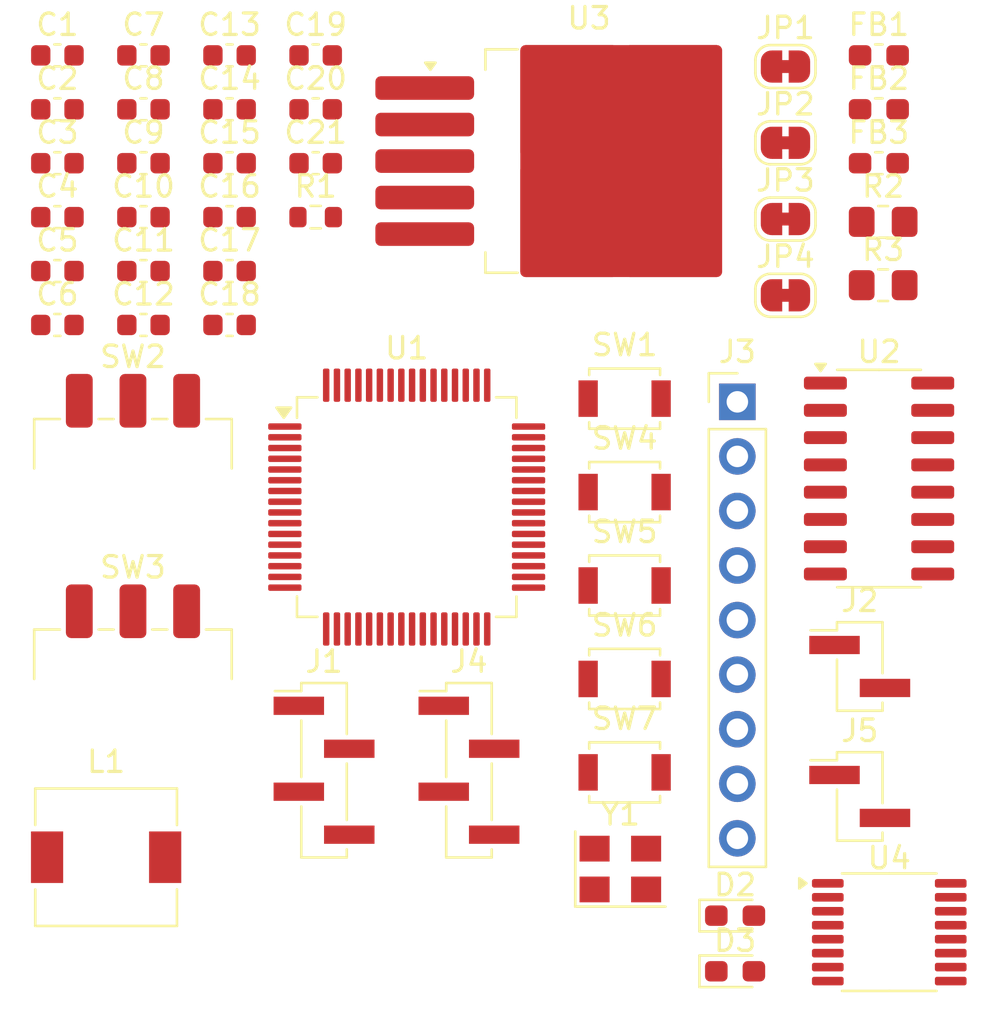
<source format=kicad_pcb>
(kicad_pcb (version 20240108) (generator "pcbnew") (generator_version "8.0")
  (layers (0 "F.Cu" signal) (31 "B.Cu" signal) (34 "B.Paste" user) (35 "F.Paste" user) (36 "B.SilkS" user "B.Silkscreen") (37 "F.SilkS" user "F.Silkscreen") (38 "B.Mask" user) (39 "F.Mask" user) (44 "Edge.Cuts" user))
  (net 0 "")
  (net 1 "GND")
  (net 2 "/RESET")
  (net 3 "/HSE_IN")
  (net 4 "/HSE_OUT")
  (net 5 "+3.3V")
  (net 6 "Net-(U2-VBG)")
  (net 7 "Net-(U4-VCP)")
  (net 8 "+9V")
  (net 9 "/VDDA")
  (net 10 "Net-(JP1-B)")
  (net 11 "/R_OUT")
  (net 12 "Net-(D2-K)")
  (net 13 "Net-(D3-K)")
  (net 14 "Net-(SW3-A)")
  (net 15 "Net-(J1-Pin_3)")
  (net 16 "Net-(J1-Pin_2)")
  (net 17 "Net-(J2-Pin_1)")
  (net 18 "Net-(J2-Pin_2)")
  (net 19 "/TOUNH_INT")
  (net 20 "/DISPL_SCK")
  (net 21 "/DISPL_MOSI")
  (net 22 "/DISPL_LED")
  (net 23 "/TOUCH_MOSI")
  (net 24 "/TOUCH_CS")
  (net 25 "/DISPL_DC")
  (net 26 "/DISPL_RST")
  (net 27 "/DISPL_CS")
  (net 28 "/SWCLK")
  (net 29 "/SWDIO")
  (net 30 "/BOOT")
  (net 31 "Net-(U3-FB)")
  (net 32 "/OFF")
  (net 33 "/BT4")
  (net 34 "/BT3")
  (net 35 "/BT2")
  (net 36 "/BT1")
  (net 53 "/DC1_IN2")
  (net 57 "/LOAD_DATA")
  (net 58 "/DC1_IN1")
  (net 69 "Net-(JP2-B)")
  (net 70 "/LOAD_OUT")
  (net 78 "Net-(JP3-B)")
  (net 80 "Net-(JP4-B)")
  (net 81 "/FAULT")
  (footprint "Capacitor_SMD:C_0603_1608Metric" (layer "F.Cu") (at 134.99 86.835)
    (property "Reference" "C11" (at 0 -1.43 0) (layer "F.SilkS"))
    (property "Value" "100nF")
    (pad "1" smd roundrect (at -0.775 0) (size 0.9 0.95) (layers "F.Cu" "F.Paste" "F.Mask") (net 5 "+3.3V"))
    (pad "2" smd roundrect (at 0.775 0) (size 0.9 0.95) (layers "F.Cu" "F.Paste" "F.Mask") (net 1 "GND"))
  )
  (footprint "Inductor_SMD:L_0603_1608Metric_Pad1.05x0.95mm_HandSolder" (layer "F.Cu") (at 169.24 79.305)
    (property "Reference" "FB2" (at 0 -1.43 0) (layer "F.SilkS"))
    (property "Value" "FerriteBead")
    (pad "1" smd roundrect (at -0.875 0) (size 1.05 0.95) (layers "F.Cu" "F.Paste" "F.Mask") (net 14 "Net-(SW3-A)"))
    (pad "2" smd roundrect (at 0.875 0) (size 1.05 0.95) (layers "F.Cu" "F.Paste" "F.Mask") (net 5 "+3.3V"))
  )
  (footprint "Jumper:SolderJumper-2_P1.3mm_Bridged_RoundedPad1.0x1.5mm" (layer "F.Cu") (at 164.89 80.865)
    (property "Reference" "JP2" (at 0 -1.8 0) (layer "F.SilkS"))
    (property "Value" "SolderJumper_2_Open")
    (fp_poly (pts (xy 0.25 -0.3) (xy -0.25 -0.3) (xy -0.25 0.3) (xy 0.25 0.3)) (fill solid) (layer "F.Cu"))
    (pad "1" smd custom (at -0.65 0) (size 1 0.5) (layers "F.Cu" "F.Mask") (net 53 "/DC1_IN2") (options (clearance outline) (anchor rect)) (primitives (gr_circle (center 0 0.25) (end 0.5 0.25) (width 0) (fill yes)) (gr_circle (center 0 -0.25) (end 0.5 -0.25) (width 0) (fill yes)) (gr_poly (pts (xy 0.5 0.75) (xy 0 0.75) (xy 0 -0.75) (xy 0.5 -0.75)) (width 0) (fill yes))))
    (pad "2" smd custom (at 0.65 0) (size 1 0.5) (layers "F.Cu" "F.Mask") (net 69 "Net-(JP2-B)") (options (clearance outline) (anchor rect)) (primitives (gr_circle (center 0 0.25) (end 0.5 0.25) (width 0) (fill yes)) (gr_circle (center 0 -0.25) (end 0.5 -0.25) (width 0) (fill yes)) (gr_poly (pts (xy 0 0.75) (xy -0.5 0.75) (xy -0.5 -0.75) (xy 0 -0.75)) (width 0) (fill yes))))
  )
  (footprint "Connector_PinHeader_2.00mm:PinHeader_1x02_P2.00mm_Vertical_SMD_Pin1Left" (layer "F.Cu") (at 168.35 105.245)
    (property "Reference" "J2" (at 0 -3.06 0) (layer "F.SilkS"))
    (property "Value" "DC_MOTOR")
    (pad "1" smd rect (at -1.175 -1) (size 2.35 0.85) (layers "F.Cu" "F.Paste" "F.Mask") (net 17 "Net-(J2-Pin_1)"))
    (pad "2" smd rect (at 1.175 1) (size 2.35 0.85) (layers "F.Cu" "F.Paste" "F.Mask") (net 18 "Net-(J2-Pin_2)"))
  )
  (footprint "Resistor_SMD:R_0805_2012Metric_Pad1.20x1.40mm_HandSolder" (layer "F.Cu") (at 169.44 84.545)
    (property "Reference" "R2" (at 0 -1.65 0) (layer "F.SilkS"))
    (property "Value" "250K")
    (pad "1" smd roundrect (at -1 0) (size 1.2 1.4) (layers "F.Cu" "F.Paste" "F.Mask") (roundrect_rratio 0.208333) (net 11 "/R_OUT"))
    (pad "2" smd roundrect (at 1 0) (size 1.2 1.4) (layers "F.Cu" "F.Paste" "F.Mask") (roundrect_rratio 0.208333) (net 31 "Net-(U3-FB)"))
  )
  (footprint "Capacitor_SMD:C_0603_1608Metric" (layer "F.Cu") (at 143.01 81.815)
    (property "Reference" "C21" (at 0 -1.43 0) (layer "F.SilkS"))
    (property "Value" "0.1uF")
    (pad "1" smd roundrect (at -0.775 0) (size 0.9 0.95) (layers "F.Cu" "F.Paste" "F.Mask") (net 11 "/R_OUT"))
    (pad "2" smd roundrect (at 0.775 0) (size 0.9 0.95) (layers "F.Cu" "F.Paste" "F.Mask") (net 1 "GND"))
  )
  (footprint "Diode_SMD:D_0603_1608Metric_Pad1.05x0.95mm_HandSolder" (layer "F.Cu") (at 162.545 116.845)
    (property "Reference" "D2" (at 0 -1.43 0) (layer "F.SilkS"))
    (property "Value" "D_Zener")
    (pad "1" smd roundrect (at -0.875 0) (size 1.05 0.95) (layers "F.Cu" "F.Paste" "F.Mask") (net 12 "Net-(D2-K)"))
    (pad "2" smd roundrect (at 0.875 0) (size 1.05 0.95) (layers "F.Cu" "F.Paste" "F.Mask") (net 1 "GND"))
  )
  (footprint "Capacitor_SMD:C_0603_1608Metric" (layer "F.Cu") (at 130.98 76.795)
    (property "Reference" "C1" (at 0 -1.43 0) (layer "F.SilkS"))
    (property "Value" "100nF")
    (pad "1" smd roundrect (at -0.775 0) (size 0.9 0.95) (layers "F.Cu" "F.Paste" "F.Mask") (net 2 "/RESET"))
    (pad "2" smd roundrect (at 0.775 0) (size 0.9 0.95) (layers "F.Cu" "F.Paste" "F.Mask") (net 1 "GND"))
  )
  (footprint "Capacitor_SMD:C_0603_1608Metric" (layer "F.Cu") (at 139 76.795)
    (property "Reference" "C13" (at 0 -1.43 0) (layer "F.SilkS"))
    (property "Value" "100nF")
    (pad "1" smd roundrect (at -0.775 0) (size 0.9 0.95) (layers "F.Cu" "F.Paste" "F.Mask") (net 5 "+3.3V"))
    (pad "2" smd roundrect (at 0.775 0) (size 0.9 0.95) (layers "F.Cu" "F.Paste" "F.Mask") (net 1 "GND"))
  )
  (footprint "Button_Switch_SMD:SW_SPST_B3U-1000P-B" (layer "F.Cu") (at 157.4 97.125)
    (property "Reference" "SW4" (at 0 -2.5 0) (layer "F.SilkS"))
    (property "Value" "BT4")
    (pad "" np_thru_hole circle (at 0 0) (size 0.8 0.8) (drill 0.8) (layers "*.Cu" "*.Mask"))
    (pad "1" smd rect (at -1.7 0) (size 0.9 1.7) (layers "F.Cu" "F.Paste" "F.Mask") (net 33 "/BT4"))
    (pad "2" smd rect (at 1.7 0) (size 0.9 1.7) (layers "F.Cu" "F.Paste" "F.Mask") (net 5 "+3.3V"))
  )
  (footprint "Capacitor_SMD:C_0603_1608Metric" (layer "F.Cu") (at 139 79.305)
    (property "Reference" "C14" (at 0 -1.43 0) (layer "F.SilkS"))
    (property "Value" "100nF")
    (pad "1" smd roundrect (at -0.775 0) (size 0.9 0.95) (layers "F.Cu" "F.Paste" "F.Mask") (net 5 "+3.3V"))
    (pad "2" smd roundrect (at 0.775 0) (size 0.9 0.95) (layers "F.Cu" "F.Paste" "F.Mask") (net 1 "GND"))
  )
  (footprint "Capacitor_SMD:C_0603_1608Metric" (layer "F.Cu") (at 134.99 81.815)
    (property "Reference" "C9" (at 0 -1.43 0) (layer "F.SilkS"))
    (property "Value" "4.7uF")
    (pad "1" smd roundrect (at -0.775 0) (size 0.9 0.95) (layers "F.Cu" "F.Paste" "F.Mask") (net 5 "+3.3V"))
    (pad "2" smd roundrect (at 0.775 0) (size 0.9 0.95) (layers "F.Cu" "F.Paste" "F.Mask") (net 1 "GND"))
  )
  (footprint "Capacitor_SMD:C_0603_1608Metric" (layer "F.Cu") (at 134.99 79.305)
    (property "Reference" "C8" (at 0 -1.43 0) (layer "F.SilkS"))
    (property "Value" "10uF")
    (pad "1" smd roundrect (at -0.775 0) (size 0.9 0.95) (layers "F.Cu" "F.Paste" "F.Mask") (net 8 "+9V"))
    (pad "2" smd roundrect (at 0.775 0) (size 0.9 0.95) (layers "F.Cu" "F.Paste" "F.Mask") (net 1 "GND"))
  )
  (footprint "Jumper:SolderJumper-2_P1.3mm_Bridged_RoundedPad1.0x1.5mm" (layer "F.Cu") (at 164.89 84.415)
    (property "Reference" "JP3" (at 0 -1.8 0) (layer "F.SilkS"))
    (property "Value" "SolderJumper_2_Open")
    (fp_poly (pts (xy 0.25 -0.3) (xy -0.25 -0.3) (xy -0.25 0.3) (xy 0.25 0.3)) (fill solid) (layer "F.Cu"))
    (pad "1" smd custom (at -0.65 0) (size 1 0.5) (layers "F.Cu" "F.Mask") (net 58 "/DC1_IN1") (options (clearance outline) (anchor rect)) (primitives (gr_circle (center 0 0.25) (end 0.5 0.25) (width 0) (fill yes)) (gr_circle (center 0 -0.25) (end 0.5 -0.25) (width 0) (fill yes)) (gr_poly (pts (xy 0.5 0.75) (xy 0 0.75) (xy 0 -0.75) (xy 0.5 -0.75)) (width 0) (fill yes))))
    (pad "2" smd custom (at 0.65 0) (size 1 0.5) (layers "F.Cu" "F.Mask") (net 78 "Net-(JP3-B)") (options (clearance outline) (anchor rect)) (primitives (gr_circle (center 0 0.25) (end 0.5 0.25) (width 0) (fill yes)) (gr_circle (center 0 -0.25) (end 0.5 -0.25) (width 0) (fill yes)) (gr_poly (pts (xy 0 0.75) (xy -0.5 0.75) (xy -0.5 -0.75) (xy 0 -0.75)) (width 0) (fill yes))))
  )
  (footprint "Inductor_SMD:L_6.3x6.3_H3" (layer "F.Cu") (at 133.25 114.125)
    (property "Reference" "L1" (at 0 -4.45 0) (layer "F.SilkS"))
    (property "Value" "47uH")
    (pad "1" smd rect (at -2.75 0) (size 1.5 2.4) (layers "F.Cu" "F.Paste" "F.Mask") (net 13 "Net-(D3-K)"))
    (pad "2" smd rect (at 2.75 0) (size 1.5 2.4) (layers "F.Cu" "F.Paste" "F.Mask") (net 11 "/R_OUT"))
  )
  (footprint "Jumper:SolderJumper-2_P1.3mm_Bridged_RoundedPad1.0x1.5mm" (layer "F.Cu") (at 164.89 87.965)
    (property "Reference" "JP4" (at 0 -1.8 0) (layer "F.SilkS"))
    (property "Value" "SolderJumper_2_Open")
    (fp_poly (pts (xy 0.25 -0.3) (xy -0.25 -0.3) (xy -0.25 0.3) (xy 0.25 0.3)) (fill solid) (layer "F.Cu"))
    (pad "1" smd custom (at -0.65 0) (size 1 0.5) (layers "F.Cu" "F.Mask") (net 53 "/DC1_IN2") (options (clearance outline) (anchor rect)) (primitives (gr_circle (center 0 0.25) (end 0.5 0.25) (width 0) (fill yes)) (gr_circle (center 0 -0.25) (end 0.5 -0.25) (width 0) (fill yes)) (gr_poly (pts (xy 0.5 0.75) (xy 0 0.75) (xy 0 -0.75) (xy 0.5 -0.75)) (width 0) (fill yes))))
    (pad "2" smd custom (at 0.65 0) (size 1 0.5) (layers "F.Cu" "F.Mask") (net 80 "Net-(JP4-B)") (options (clearance outline) (anchor rect)) (primitives (gr_circle (center 0 0.25) (end 0.5 0.25) (width 0) (fill yes)) (gr_circle (center 0 -0.25) (end 0.5 -0.25) (width 0) (fill yes)) (gr_poly (pts (xy 0 0.75) (xy -0.5 0.75) (xy -0.5 -0.75) (xy 0 -0.75)) (width 0) (fill yes))))
  )
  (footprint "Capacitor_SMD:C_0603_1608Metric" (layer "F.Cu") (at 134.99 84.325)
    (property "Reference" "C10" (at 0 -1.43 0) (layer "F.SilkS"))
    (property "Value" "100nF")
    (pad "1" smd roundrect (at -0.775 0) (size 0.9 0.95) (layers "F.Cu" "F.Paste" "F.Mask") (net 5 "+3.3V"))
    (pad "2" smd roundrect (at 0.775 0) (size 0.9 0.95) (layers "F.Cu" "F.Paste" "F.Mask") (net 1 "GND"))
  )
  (footprint "Diode_SMD:D_0603_1608Metric_Pad1.05x0.95mm_HandSolder" (layer "F.Cu") (at 162.545 119.435)
    (property "Reference" "D3" (at 0 -1.43 0) (layer "F.SilkS"))
    (property "Value" "TSSA3U45")
    (pad "1" smd roundrect (at -0.875 0) (size 1.05 0.95) (layers "F.Cu" "F.Paste" "F.Mask") (net 13 "Net-(D3-K)"))
    (pad "2" smd roundrect (at 0.875 0) (size 1.05 0.95) (layers "F.Cu" "F.Paste" "F.Mask") (net 1 "GND"))
  )
  (footprint "Inductor_SMD:L_0603_1608Metric_Pad1.05x0.95mm_HandSolder" (layer "F.Cu") (at 169.24 76.795)
    (property "Reference" "FB1" (at 0 -1.43 0) (layer "F.SilkS"))
    (property "Value" "FerriteBead")
    (pad "1" smd roundrect (at -0.875 0) (size 1.05 0.95) (layers "F.Cu" "F.Paste" "F.Mask") (net 9 "/VDDA"))
    (pad "2" smd roundrect (at 0.875 0) (size 1.05 0.95) (layers "F.Cu" "F.Paste" "F.Mask") (net 5 "+3.3V"))
  )
  (footprint "Connector_PinHeader_2.54mm:PinHeader_1x09_P2.54mm_Vertical" (layer "F.Cu") (at 162.65 92.925)
    (property "Reference" "J3" (at 0 -2.33 0) (layer "F.SilkS"))
    (property "Value" "Conn_01x09")
    (pad "1" thru_hole rect (at 0 0) (size 1.7 1.7) (drill 1) (layers "*.Cu" "*.Mask") (net 19 "/TOUNH_INT"))
    (pad "2" thru_hole oval (at 0 2.54) (size 1.7 1.7) (drill 1) (layers "*.Cu" "*.Mask") (net 20 "/DISPL_SCK"))
    (pad "3" thru_hole oval (at 0 5.08) (size 1.7 1.7) (drill 1) (layers "*.Cu" "*.Mask") (net 23 "/TOUCH_MOSI"))
    (pad "4" thru_hole oval (at 0 7.62) (size 1.7 1.7) (drill 1) (layers "*.Cu" "*.Mask") (net 21 "/DISPL_MOSI"))
    (pad "5" thru_hole oval (at 0 10.16) (size 1.7 1.7) (drill 1) (layers "*.Cu" "*.Mask") (net 27 "/DISPL_CS"))
    (pad "6" thru_hole oval (at 0 12.7) (size 1.7 1.7) (drill 1) (layers "*.Cu" "*.Mask") (net 24 "/TOUCH_CS"))
    (pad "7" thru_hole oval (at 0 15.24) (size 1.7 1.7) (drill 1) (layers "*.Cu" "*.Mask") (net 25 "/DISPL_DC"))
    (pad "8" thru_hole oval (at 0 17.78) (size 1.7 1.7) (drill 1) (layers "*.Cu" "*.Mask") (net 26 "/DISPL_RST"))
    (pad "9" thru_hole oval (at 0 20.32) (size 1.7 1.7) (drill 1) (layers "*.Cu" "*.Mask") (net 22 "/DISPL_LED"))
  )
  (footprint "Capacitor_SMD:C_0603_1608Metric" (layer "F.Cu") (at 143.01 79.305)
    (property "Reference" "C20" (at 0 -1.43 0) (layer "F.SilkS"))
    (property "Value" "0.1uF")
    (pad "1" smd roundrect (at -0.775 0) (size 0.9 0.95) (layers "F.Cu" "F.Paste" "F.Mask") (net 8 "+9V"))
    (pad "2" smd roundrect (at 0.775 0) (size 0.9 0.95) (layers "F.Cu" "F.Paste" "F.Mask") (net 1 "GND"))
  )
  (footprint "Capacitor_SMD:C_0603_1608Metric" (layer "F.Cu") (at 139 84.325)
    (property "Reference" "C16" (at 0 -1.43 0) (layer "F.SilkS"))
    (property "Value" "1uF")
    (pad "1" smd roundrect (at -0.775 0) (size 0.9 0.95) (layers "F.Cu" "F.Paste" "F.Mask") (net 9 "/VDDA"))
    (pad "2" smd roundrect (at 0.775 0) (size 0.9 0.95) (layers "F.Cu" "F.Paste" "F.Mask") (net 1 "GND"))
  )
  (footprint "Connector_PinHeader_2.00mm:PinHeader_1x04_P2.00mm_Vertical_SMD_Pin1Left" (layer "F.Cu") (at 150.15 110.075)
    (property "Reference" "J4" (at 0 -5.06 0) (layer "F.SilkS"))
    (property "Value" "Conn_01x04")
    (pad "1" smd rect (at -1.175 -3) (size 2.35 0.85) (layers "F.Cu" "F.Paste" "F.Mask") (net 5 "+3.3V"))
    (pad "2" smd rect (at 1.175 -1) (size 2.35 0.85) (layers "F.Cu" "F.Paste" "F.Mask") (net 29 "/SWDIO"))
    (pad "3" smd rect (at -1.175 1) (size 2.35 0.85) (layers "F.Cu" "F.Paste" "F.Mask") (net 28 "/SWCLK"))
    (pad "4" smd rect (at 1.175 3) (size 2.35 0.85) (layers "F.Cu" "F.Paste" "F.Mask") (net 1 "GND"))
  )
  (footprint "Capacitor_SMD:C_0603_1608Metric" (layer "F.Cu") (at 130.98 89.345)
    (property "Reference" "C6" (at 0 -1.43 0) (layer "F.SilkS"))
    (property "Value" "0,01uF")
    (pad "1" smd roundrect (at -0.775 0) (size 0.9 0.95) (layers "F.Cu" "F.Paste" "F.Mask") (net 8 "+9V"))
    (pad "2" smd roundrect (at 0.775 0) (size 0.9 0.95) (layers "F.Cu" "F.Paste" "F.Mask") (net 7 "Net-(U4-VCP)"))
  )
  (footprint "Button_Switch_SMD:SW_SPST_B3U-1000P-B" (layer "F.Cu") (at 157.4 110.175)
    (property "Reference" "SW7" (at 0 -2.5 0) (layer "F.SilkS"))
    (property "Value" "BT1")
    (pad "" np_thru_hole circle (at 0 0) (size 0.8 0.8) (drill 0.8) (layers "*.Cu" "*.Mask"))
    (pad "1" smd rect (at -1.7 0) (size 0.9 1.7) (layers "F.Cu" "F.Paste" "F.Mask") (net 36 "/BT1"))
    (pad "2" smd rect (at 1.7 0) (size 0.9 1.7) (layers "F.Cu" "F.Paste" "F.Mask") (net 5 "+3.3V"))
  )
  (footprint "Resistor_SMD:R_0805_2012Metric_Pad1.20x1.40mm_HandSolder" (layer "F.Cu") (at 169.44 87.495)
    (property "Reference" "R3" (at 0 -1.65 0) (layer "F.SilkS"))
    (property "Value" "150K")
    (pad "1" smd roundrect (at -1 0) (size 1.2 1.4) (layers "F.Cu" "F.Paste" "F.Mask") (roundrect_rratio 0.208333) (net 31 "Net-(U3-FB)"))
    (pad "2" smd roundrect (at 1 0) (size 1.2 1.4) (layers "F.Cu" "F.Paste" "F.Mask") (roundrect_rratio 0.208333) (net 1 "GND"))
  )
  (footprint "Capacitor_SMD:C_0603_1608Metric" (layer "F.Cu") (at 143.01 76.795)
    (property "Reference" "C19" (at 0 -1.43 0) (layer "F.SilkS"))
    (property "Value" "470uF")
    (pad "1" smd roundrect (at -0.775 0) (size 0.9 0.95) (layers "F.Cu" "F.Paste" "F.Mask") (net 11 "/R_OUT"))
    (pad "2" smd roundrect (at 0.775 0) (size 0.9 0.95) (layers "F.Cu" "F.Paste" "F.Mask") (net 1 "GND"))
  )
  (footprint "Capacitor_SMD:C_0603_1608Metric" (layer "F.Cu") (at 130.98 86.835)
    (property "Reference" "C5" (at 0 -1.43 0) (layer "F.SilkS"))
    (property "Value" "2.2uF")
    (pad "1" smd roundrect (at -0.775 0) (size 0.9 0.95) (layers "F.Cu" "F.Paste" "F.Mask") (net 6 "Net-(U2-VBG)"))
    (pad "2" smd roundrect (at 0.775 0) (size 0.9 0.95) (layers "F.Cu" "F.Paste" "F.Mask") (net 1 "GND"))
  )
  (footprint "Capacitor_SMD:C_0603_1608Metric" (layer "F.Cu") (at 134.99 76.795)
    (property "Reference" "C7" (at 0 -1.43 0) (layer "F.SilkS"))
    (property "Value" "2.2uF")
    (pad "1" smd roundrect (at -0.775 0) (size 0.9 0.95) (layers "F.Cu" "F.Paste" "F.Mask") (net 8 "+9V"))
    (pad "2" smd roundrect (at 0.775 0) (size 0.9 0.95) (layers "F.Cu" "F.Paste" "F.Mask") (net 1 "GND"))
  )
  (footprint "Capacitor_SMD:C_0603_1608Metric" (layer "F.Cu") (at 130.98 81.815)
    (property "Reference" "C3" (at 0 -1.43 0) (layer "F.SilkS"))
    (property "Value" "26pF")
    (pad "1" smd roundrect (at -0.775 0) (size 0.9 0.95) (layers "F.Cu" "F.Paste" "F.Mask") (net 4 "/HSE_OUT"))
    (pad "2" smd roundrect (at 0.775 0) (size 0.9 0.95) (layers "F.Cu" "F.Paste" "F.Mask") (net 1 "GND"))
  )
  (footprint "Package_SO:SOP-16_3.9x9.9mm_P1.27mm" (layer "F.Cu") (at 169.25 96.495)
    (property "Reference" "U2" (at 0 -5.9 0) (layer "F.SilkS"))
    (property "Value" "HX711")
    (pad "1" smd roundrect (at -2.5 -4.445) (size 2 0.6) (layers "F.Cu" "F.Paste" "F.Mask") (net 5 "+3.3V"))
    (pad "2" smd roundrect (at -2.5 -3.175) (size 2 0.6) (layers "F.Cu" "F.Paste" "F.Mask"))
    (pad "3" smd roundrect (at -2.5 -1.905) (size 2 0.6) (layers "F.Cu" "F.Paste" "F.Mask") (net 5 "+3.3V"))
    (pad "4" smd roundrect (at -2.5 -0.635) (size 2 0.6) (layers "F.Cu" "F.Paste" "F.Mask"))
    (pad "5" smd roundrect (at -2.5 0.635) (size 2 0.6) (layers "F.Cu" "F.Paste" "F.Mask") (net 1 "GND"))
    (pad "6" smd roundrect (at -2.5 1.905) (size 2 0.6) (layers "F.Cu" "F.Paste" "F.Mask") (net 6 "Net-(U2-VBG)"))
    (pad "7" smd roundrect (at -2.5 3.175) (size 2 0.6) (layers "F.Cu" "F.Paste" "F.Mask") (net 16 "Net-(J1-Pin_2)"))
    (pad "8" smd roundrect (at -2.5 4.445) (size 2 0.6) (layers "F.Cu" "F.Paste" "F.Mask") (net 15 "Net-(J1-Pin_3)"))
    (pad "9" smd roundrect (at 2.5 4.445) (size 2 0.6) (layers "F.Cu" "F.Paste" "F.Mask"))
    (pad "10" smd roundrect (at 2.5 3.175) (size 2 0.6) (layers "F.Cu" "F.Paste" "F.Mask"))
    (pad "11" smd roundrect (at 2.5 1.905) (size 2 0.6) (layers "F.Cu" "F.Paste" "F.Mask") (net 70 "/LOAD_OUT"))
    (pad "12" smd roundrect (at 2.5 0.635) (size 2 0.6) (layers "F.Cu" "F.Paste" "F.Mask") (net 57 "/LOAD_DATA"))
    (pad "13" smd roundrect (at 2.5 -0.635) (size 2 0.6) (layers "F.Cu" "F.Paste" "F.Mask"))
    (pad "14" smd roundrect (at 2.5 -1.905) (size 2 0.6) (layers "F.Cu" "F.Paste" "F.Mask"))
    (pad "15" smd roundrect (at 2.5 -3.175) (size 2 0.6) (layers "F.Cu" "F.Paste" "F.Mask"))
    (pad "16" smd roundrect (at 2.5 -4.445) (size 2 0.6) (layers "F.Cu" "F.Paste" "F.Mask") (net 5 "+3.3V"))
  )
  (footprint "Package_QFP:LQFP-64_10x10mm_P0.5mm" (layer "F.Cu") (at 147.25 97.825)
    (property "Reference" "U1" (at 0 -7.4 0) (layer "F.SilkS"))
    (property "Value" "STM32F446RETx")
    (pad "1" smd roundrect (at -5.675 -3.75) (size 1.55 0.3) (layers "F.Cu" "F.Paste" "F.Mask") (net 5 "+3.3V"))
    (pad "2" smd roundrect (at -5.675 -3.25) (size 1.55 0.3) (layers "F.Cu" "F.Paste" "F.Mask"))
    (pad "3" smd roundrect (at -5.675 -2.75) (size 1.55 0.3) (layers "F.Cu" "F.Paste" "F.Mask"))
    (pad "4" smd roundrect (at -5.675 -2.25) (size 1.55 0.3) (layers "F.Cu" "F.Paste" "F.Mask"))
    (pad "5" smd roundrect (at -5.675 -1.75) (size 1.55 0.3) (layers "F.Cu" "F.Paste" "F.Mask") (net 3 "/HSE_IN"))
    (pad "6" smd roundrect (at -5.675 -1.25) (size 1.55 0.3) (layers "F.Cu" "F.Paste" "F.Mask") (net 4 "/HSE_OUT"))
    (pad "7" smd roundrect (at -5.675 -0.75) (size 1.55 0.3) (layers "F.Cu" "F.Paste" "F.Mask") (net 2 "/RESET"))
    (pad "8" smd roundrect (at -5.675 -0.25) (size 1.55 0.3) (layers "F.Cu" "F.Paste" "F.Mask") (net 57 "/LOAD_DATA"))
    (pad "9" smd roundrect (at -5.675 0.25) (size 1.55 0.3) (layers "F.Cu" "F.Paste" "F.Mask") (net 70 "/LOAD_OUT"))
    (pad "10" smd roundrect (at -5.675 0.75) (size 1.55 0.3) (layers "F.Cu" "F.Paste" "F.Mask"))
    (pad "11" smd roundrect (at -5.675 1.25) (size 1.55 0.3) (layers "F.Cu" "F.Paste" "F.Mask") (net 58 "/DC1_IN1"))
    (pad "12" smd roundrect (at -5.675 1.75) (size 1.55 0.3) (layers "F.Cu" "F.Paste" "F.Mask") (net 1 "GND"))
    (pad "13" smd roundrect (at -5.675 2.25) (size 1.55 0.3) (layers "F.Cu" "F.Paste" "F.Mask") (net 9 "/VDDA"))
    (pad "14" smd roundrect (at -5.675 2.75) (size 1.55 0.3) (layers "F.Cu" "F.Paste" "F.Mask"))
    (pad "15" smd roundrect (at -5.675 3.25) (size 1.55 0.3) (layers "F.Cu" "F.Paste" "F.Mask"))
    (pad "16" smd roundrect (at -5.675 3.75) (size 1.55 0.3) (layers "F.Cu" "F.Paste" "F.Mask"))
    (pad "17" smd roundrect (at -3.75 5.675) (size 0.3 1.55) (layers "F.Cu" "F.Paste" "F.Mask"))
    (pad "18" smd roundrect (at -3.25 5.675) (size 0.3 1.55) (layers "F.Cu" "F.Paste" "F.Mask") (net 1 "GND"))
    (pad "19" smd roundrect (at -2.75 5.675) (size 0.3 1.55) (layers "F.Cu" "F.Paste" "F.Mask") (net 5 "+3.3V"))
    (pad "20" smd roundrect (at -2.25 5.675) (size 0.3 1.55) (layers "F.Cu" "F.Paste" "F.Mask") (net 19 "/TOUNH_INT"))
    (pad "21" smd roundrect (at -1.75 5.675) (size 0.3 1.55) (layers "F.Cu" "F.Paste" "F.Mask") (net 20 "/DISPL_SCK"))
    (pad "22" smd roundrect (at -1.25 5.675) (size 0.3 1.55) (layers "F.Cu" "F.Paste" "F.Mask") (net 23 "/TOUCH_MOSI"))
    (pad "23" smd roundrect (at -0.75 5.675) (size 0.3 1.55) (layers "F.Cu" "F.Paste" "F.Mask") (net 21 "/DISPL_MOSI"))
    (pad "24" smd roundrect (at -0.25 5.675) (size 0.3 1.55) (layers "F.Cu" "F.Paste" "F.Mask") (net 53 "/DC1_IN2"))
    (pad "25" smd roundrect (at 0.25 5.675) (size 0.3 1.55) (layers "F.Cu" "F.Paste" "F.Mask") (net 81 "/FAULT"))
    (pad "26" smd roundrect (at 0.75 5.675) (size 0.3 1.55) (layers "F.Cu" "F.Paste" "F.Mask") (net 36 "/BT1"))
    (pad "27" smd roundrect (at 1.25 5.675) (size 0.3 1.55) (layers "F.Cu" "F.Paste" "F.Mask") (net 35 "/BT2"))
    (pad "28" smd roundrect (at 1.75 5.675) (size 0.3 1.55) (layers "F.Cu" "F.Paste" "F.Mask") (net 34 "/BT3"))
    (pad "29" smd roundrect (at 2.25 5.675) (size 0.3 1.55) (layers "F.Cu" "F.Paste" "F.Mask"))
    (pad "30" smd roundrect (at 2.75 5.675) (size 0.3 1.55) (layers "F.Cu" "F.Paste" "F.Mask"))
    (pad "31" smd roundrect (at 3.25 5.675) (size 0.3 1.55) (layers "F.Cu" "F.Paste" "F.Mask") (net 1 "GND"))
    (pad "32" smd roundrect (at 3.75 5.675) (size 0.3 1.55) (layers "F.Cu" "F.Paste" "F.Mask") (net 5 "+3.3V"))
    (pad "33" smd roundrect (at 5.675 3.75) (size 1.55 0.3) (layers "F.Cu" "F.Paste" "F.Mask") (net 27 "/DISPL_CS"))
    (pad "34" smd roundrect (at 5.675 3.25) (size 1.55 0.3) (layers "F.Cu" "F.Paste" "F.Mask") (net 24 "/TOUCH_CS"))
    (pad "35" smd roundrect (at 5.675 2.75) (size 1.55 0.3) (layers "F.Cu" "F.Paste" "F.Mask") (net 25 "/DISPL_DC"))
    (pad "36" smd roundrect (at 5.675 2.25) (size 1.55 0.3) (layers "F.Cu" "F.Paste" "F.Mask") (net 26 "/DISPL_RST"))
    (pad "37" smd roundrect (at 5.675 1.75) (size 1.55 0.3) (layers "F.Cu" "F.Paste" "F.Mask"))
    (pad "38" smd roundrect (at 5.675 1.25) (size 1.55 0.3) (layers "F.Cu" "F.Paste" "F.Mask") (net 22 "/DISPL_LED"))
    (pad "39" smd roundrect (at 5.675 0.75) (size 1.55 0.3) (layers "F.Cu" "F.Paste" "F.Mask"))
    (pad "40" smd roundrect (at 5.675 0.25) (size 1.55 0.3) (layers "F.Cu" "F.Paste" "F.Mask"))
    (pad "41" smd roundrect (at 5.675 -0.25) (size 1.55 0.3) (layers "F.Cu" "F.Paste" "F.Mask"))
    (pad "42" smd roundrect (at 5.675 -0.75) (size 1.55 0.3) (layers "F.Cu" "F.Paste" "F.Mask"))
    (pad "43" smd roundrect (at 5.675 -1.25) (size 1.55 0.3) (layers "F.Cu" "F.Paste" "F.Mask"))
    (pad "44" smd roundrect (at 5.675 -1.75) (size 1.55 0.3) (layers "F.Cu" "F.Paste" "F.Mask"))
    (pad "45" smd roundrect (at 5.675 -2.25) (size 1.55 0.3) (layers "F.Cu" "F.Paste" "F.Mask"))
    (pad "46" smd roundrect (at 5.675 -2.75) (size 1.55 0.3) (layers "F.Cu" "F.Paste" "F.Mask") (net 29 "/SWDIO"))
    (pad "47" smd roundrect (at 5.675 -3.25) (size 1.55 0.3) (layers "F.Cu" "F.Paste" "F.Mask") (net 1 "GND"))
    (pad "48" smd roundrect (at 5.675 -3.75) (size 1.55 0.3) (layers "F.Cu" "F.Paste" "F.Mask") (net 5 "+3.3V"))
    (pad "49" smd roundrect (at 3.75 -5.675) (size 0.3 1.55) (layers "F.Cu" "F.Paste" "F.Mask") (net 28 "/SWCLK"))
    (pad "50" smd roundrect (at 3.25 -5.675) (size 0.3 1.55) (layers "F.Cu" "F.Paste" "F.Mask"))
    (pad "51" smd roundrect (at 2.75 -5.675) (size 0.3 1.55) (layers "F.Cu" "F.Paste" "F.Mask"))
    (pad "52" smd roundrect (at 2.25 -5.675) (size 0.3 1.55) (layers "F.Cu" "F.Paste" "F.Mask"))
    (pad "53" smd roundrect (at 1.75 -5.675) (size 0.3 1.55) (layers "F.Cu" "F.Paste" "F.Mask"))
    (pad "54" smd roundrect (at 1.25 -5.675) (size 0.3 1.55) (layers "F.Cu" "F.Paste" "F.Mask"))
    (pad "55" smd roundrect (at 0.75 -5.675) (size 0.3 1.55) (layers "F.Cu" "F.Paste" "F.Mask") (net 33 "/BT4"))
    (pad "56" smd roundrect (at 0.25 -5.675) (size 0.3 1.55) (layers "F.Cu" "F.Paste" "F.Mask"))
    (pad "57" smd roundrect (at -0.25 -5.675) (size 0.3 1.55) (layers "F.Cu" "F.Paste" "F.Mask"))
    (pad "58" smd roundrect (at -0.75 -5.675) (size 0.3 1.55) (layers "F.Cu" "F.Paste" "F.Mask"))
    (pad "59" smd roundrect (at -1.25 -5.675) (size 0.3 1.55) (layers "F.Cu" "F.Paste" "F.Mask"))
    (pad "60" smd roundrect (at -1.75 -5.675) (size 0.3 1.55) (layers "F.Cu" "F.Paste" "F.Mask") (net 30 "/BOOT"))
    (pad "61" smd roundrect (at -2.25 -5.675) (size 0.3 1.55) (layers "F.Cu" "F.Paste" "F.Mask"))
    (pad "62" smd roundrect (at -2.75 -5.675) (size 0.3 1.55) (layers "F.Cu" "F.Paste" "F.Mask"))
    (pad "63" smd roundrect (at -3.25 -5.675) (size 0.3 1.55) (layers "F.Cu" "F.Paste" "F.Mask") (net 1 "GND"))
    (pad "64" smd roundrect (at -3.75 -5.675) (size 0.3 1.55) (layers "F.Cu" "F.Paste" "F.Mask") (net 5 "+3.3V"))
  )
  (footprint "Capacitor_SMD:C_0603_1608Metric" (layer "F.Cu") (at 139 89.345)
    (property "Reference" "C18" (at 0 -1.43 0) (layer "F.SilkS"))
    (property "Value" "470uF")
    (pad "1" smd roundrect (at -0.775 0) (size 0.9 0.95) (layers "F.Cu" "F.Paste" "F.Mask") (net 8 "+9V"))
    (pad "2" smd roundrect (at 0.775 0) (size 0.9 0.95) (layers "F.Cu" "F.Paste" "F.Mask") (net 1 "GND"))
  )
  (footprint "Package_SO:TSSOP-16_4.4x5mm_P0.65mm" (layer "F.Cu") (at 169.725 117.615)
    (property "Reference" "U4" (at 0 -3.45 0) (layer "F.SilkS"))
    (property "Value" "DRV8833PW")
    (pad "1" smd roundrect (at -2.8625 -2.275) (size 1.475 0.4) (layers "F.Cu" "F.Paste" "F.Mask"))
    (pad "2" smd roundrect (at -2.8625 -1.625) (size 1.475 0.4) (layers "F.Cu" "F.Paste" "F.Mask") (net 17 "Net-(J2-Pin_1)"))
    (pad "3" smd roundrect (at -2.8625 -0.975) (size 1.475 0.4) (layers "F.Cu" "F.Paste" "F.Mask") (net 1 "GND"))
    (pad "4" smd roundrect (at -2.8625 -0.325) (size 1.475 0.4) (layers "F.Cu" "F.Paste" "F.Mask") (net 18 "Net-(J2-Pin_2)"))
    (pad "5" smd roundrect (at -2.8625 0.325) (size 1.475 0.4) (layers "F.Cu" "F.Paste" "F.Mask"))
    (pad "6" smd roundrect (at -2.8625 0.975) (size 1.475 0.4) (layers "F.Cu" "F.Paste" "F.Mask") (net 1 "GND"))
    (pad "7" smd roundrect (at -2.8625 1.625) (size 1.475 0.4) (layers "F.Cu" "F.Paste" "F.Mask"))
    (pad "8" smd roundrect (at -2.8625 2.275) (size 1.475 0.4) (layers "F.Cu" "F.Paste" "F.Mask") (net 81 "/FAULT"))
    (pad "9" smd roundrect (at 2.8625 2.275) (size 1.475 0.4) (layers "F.Cu" "F.Paste" "F.Mask") (net 78 "Net-(JP3-B)"))
    (pad "10" smd roundrect (at 2.8625 1.625) (size 1.475 0.4) (layers "F.Cu" "F.Paste" "F.Mask") (net 80 "Net-(JP4-B)"))
    (pad "11" smd roundrect (at 2.8625 0.975) (size 1.475 0.4) (layers "F.Cu" "F.Paste" "F.Mask") (net 7 "Net-(U4-VCP)"))
    (pad "12" smd roundrect (at 2.8625 0.325) (size 1.475 0.4) (layers "F.Cu" "F.Paste" "F.Mask") (net 8 "+9V"))
    (pad "13" smd roundrect (at 2.8625 -0.325) (size 1.475 0.4) (layers "F.Cu" "F.Paste" "F.Mask") (net 1 "GND"))
    (pad "14" smd roundrect (at 2.8625 -0.975) (size 1.475 0.4) (layers "F.Cu" "F.Paste" "F.Mask") (net 8 "+9V"))
    (pad "15" smd roundrect (at 2.8625 -1.625) (size 1.475 0.4) (layers "F.Cu" "F.Paste" "F.Mask") (net 69 "Net-(JP2-B)"))
    (pad "16" smd roundrect (at 2.8625 -2.275) (size 1.475 0.4) (layers "F.Cu" "F.Paste" "F.Mask") (net 10 "Net-(JP1-B)"))
  )
  (footprint "Capacitor_SMD:C_0603_1608Metric" (layer "F.Cu") (at 139 81.815)
    (property "Reference" "C15" (at 0 -1.43 0) (layer "F.SilkS"))
    (property "Value" "10nF")
    (pad "1" smd roundrect (at -0.775 0) (size 0.9 0.95) (layers "F.Cu" "F.Paste" "F.Mask") (net 9 "/VDDA"))
    (pad "2" smd roundrect (at 0.775 0) (size 0.9 0.95) (layers "F.Cu" "F.Paste" "F.Mask") (net 1 "GND"))
  )
  (footprint "Inductor_SMD:L_0603_1608Metric_Pad1.05x0.95mm_HandSolder" (layer "F.Cu") (at 169.24 81.815)
    (property "Reference" "FB3" (at 0 -1.43 0) (layer "F.SilkS"))
    (property "Value" "FerriteBead")
    (pad "1" smd roundrect (at -0.875 0) (size 1.05 0.95) (layers "F.Cu" "F.Paste" "F.Mask") (net 14 "Net-(SW3-A)"))
    (pad "2" smd roundrect (at 0.875 0) (size 1.05 0.95) (layers "F.Cu" "F.Paste" "F.Mask") (net 5 "+3.3V"))
  )
  (footprint "Crystal:Crystal_SMD_SeikoEpson_FA238V-4Pin_3.2x2.5mm" (layer "F.Cu") (at 157.2 114.675)
    (property "Reference" "Y1" (at 0 -2.55 0) (layer "F.SilkS"))
    (property "Value" "25MHz")
    (pad "1" smd rect (at -1.2 0.95) (size 1.4 1.2) (layers "F.Cu" "F.Paste" "F.Mask") (net 3 "/HSE_IN"))
    (pad "2" smd rect (at 1.2 0.95) (size 1.4 1.2) (layers "F.Cu" "F.Paste" "F.Mask") (net 1 "GND"))
    (pad "3" smd rect (at 1.2 -0.95) (size 1.4 1.2) (layers "F.Cu" "F.Paste" "F.Mask") (net 4 "/HSE_OUT"))
    (pad "4" smd rect (at -1.2 -0.95) (size 1.4 1.2) (layers "F.Cu" "F.Paste" "F.Mask") (net 1 "GND"))
  )
  (footprint "Resistor_SMD:R_0603_1608Metric" (layer "F.Cu") (at 143.01 84.325)
    (property "Reference" "R1" (at 0 -1.43 0) (layer "F.SilkS"))
    (property "Value" "10K")
    (pad "1" smd roundrect (at -0.825 0) (size 0.8 0.95) (layers "F.Cu" "F.Paste" "F.Mask") (net 12 "Net-(D2-K)"))
    (pad "2" smd roundrect (at 0.825 0) (size 0.8 0.95) (layers "F.Cu" "F.Paste" "F.Mask") (net 30 "/BOOT"))
  )
  (footprint "Button_Switch_SMD:SW_SPST_B3U-1000P-B" (layer "F.Cu") (at 157.4 92.775)
    (property "Reference" "SW1" (at 0 -2.5 0) (layer "F.SilkS"))
    (property "Value" "SW_Push")
    (pad "" np_thru_hole circle (at 0 0) (size 0.8 0.8) (drill 0.8) (layers "*.Cu" "*.Mask"))
    (pad "1" smd rect (at -1.7 0) (size 0.9 1.7) (layers "F.Cu" "F.Paste" "F.Mask") (net 1 "GND"))
    (pad "2" smd rect (at 1.7 0) (size 0.9 1.7) (layers "F.Cu" "F.Paste" "F.Mask") (net 2 "/RESET"))
  )
  (footprint "Capacitor_SMD:C_0603_1608Metric" (layer "F.Cu") (at 139 86.835)
    (property "Reference" "C17" (at 0 -1.43 0) (layer "F.SilkS"))
    (property "Value" "1uF")
    (pad "1" smd roundrect (at -0.775 0) (size 0.9 0.95) (layers "F.Cu" "F.Paste" "F.Mask") (net 5 "+3.3V"))
    (pad "2" smd roundrect (at 0.775 0) (size 0.9 0.95) (layers "F.Cu" "F.Paste" "F.Mask") (net 1 "GND"))
  )
  (footprint "Capacitor_SMD:C_0603_1608Metric" (layer "F.Cu") (at 130.98 84.325)
    (property "Reference" "C4" (at 0 -1.43 0) (layer "F.SilkS"))
    (property "Value" "2.2uF")
    (pad "1" smd roundrect (at -0.775 0) (size 0.9 0.95) (layers "F.Cu" "F.Paste" "F.Mask") (net 1 "GND"))
    (pad "2" smd roundrect (at 0.775 0) (size 0.9 0.95) (layers "F.Cu" "F.Paste" "F.Mask") (net 5 "+3.3V"))
  )
  (footprint "Connector_PinHeader_2.00mm:PinHeader_1x02_P2.00mm_Vertical_SMD_Pin1Left" (layer "F.Cu") (at 168.35 111.295)
    (property "Reference" "J5" (at 0 -3.06 0) (layer "F.SilkS"))
    (property "Value" "Conn_01x02")
    (pad "1" smd rect (at -1.175 -1) (size 2.35 0.85) (layers "F.Cu" "F.Paste" "F.Mask") (net 8 "+9V"))
    (pad "2" smd rect (at 1.175 1) (size 2.35 0.85) (layers "F.Cu" "F.Paste" "F.Mask") (net 1 "GND"))
  )
  (footprint "Button_Switch_SMD:SW_SPST_B3U-1000P-B" (layer "F.Cu") (at 157.4 101.475)
    (property "Reference" "SW5" (at 0 -2.5 0) (layer "F.SilkS"))
    (property "Value" "BT3")
    (pad "" np_thru_hole circle (at 0 0) (size 0.8 0.8) (drill 0.8) (layers "*.Cu" "*.Mask"))
    (pad "1" smd rect (at -1.7 0) (size 0.9 1.7) (layers "F.Cu" "F.Paste" "F.Mask") (net 34 "/BT3"))
    (pad "2" smd rect (at 1.7 0) (size 0.9 1.7) (layers "F.Cu" "F.Paste" "F.Mask") (net 5 "+3.3V"))
  )
  (footprint "Jumper:SolderJumper-2_P1.3mm_Bridged_RoundedPad1.0x1.5mm" (layer "F.Cu") (at 164.89 77.315)
    (property "Reference" "JP1" (at 0 -1.8 0) (layer "F.SilkS"))
    (property "Value" "SolderJumper_2_Open")
    (fp_poly (pts (xy 0.25 -0.3) (xy -0.25 -0.3) (xy -0.25 0.3) (xy 0.25 0.3)) (fill solid) (layer "F.Cu"))
    (pad "1" smd custom (at -0.65 0) (size 1 0.5) (layers "F.Cu" "F.Mask") (net 58 "/DC1_IN1") (options (clearance outline) (anchor rect)) (primitives (gr_circle (center 0 0.25) (end 0.5 0.25) (width 0) (fill yes)) (gr_circle (center 0 -0.25) (end 0.5 -0.25) (width 0) (fill yes)) (gr_poly (pts (xy 0.5 0.75) (xy 0 0.75) (xy 0 -0.75) (xy 0.5 -0.75)) (width 0) (fill yes))))
    (pad "2" smd custom (at 0.65 0) (size 1 0.5) (layers "F.Cu" "F.Mask") (net 10 "Net-(JP1-B)") (options (clearance outline) (anchor rect)) (primitives (gr_circle (center 0 0.25) (end 0.5 0.25) (width 0) (fill yes)) (gr_circle (center 0 -0.25) (end 0.5 -0.25) (width 0) (fill yes)) (gr_poly (pts (xy 0 0.75) (xy -0.5 0.75) (xy -0.5 -0.75) (xy 0 -0.75)) (width 0) (fill yes))))
  )
  (footprint "Button_Switch_SMD:SW_SPST_B3U-1000P-B" (layer "F.Cu") (at 157.4 105.825)
    (property "Reference" "SW6" (at 0 -2.5 0) (layer "F.SilkS"))
    (property "Value" "BT2")
    (pad "" np_thru_hole circle (at 0 0) (size 0.8 0.8) (drill 0.8) (layers "*.Cu" "*.Mask"))
    (pad "1" smd rect (at -1.7 0) (size 0.9 1.7) (layers "F.Cu" "F.Paste" "F.Mask") (net 35 "/BT2"))
    (pad "2" smd rect (at 1.7 0) (size 0.9 1.7) (layers "F.Cu" "F.Paste" "F.Mask") (net 5 "+3.3V"))
  )
  (footprint "Package_TO_SOT_SMD:TO-263-5_TabPin3" (layer "F.Cu") (at 155.74 81.715)
    (property "Reference" "U3" (at 0 -6.65 0) (layer "F.SilkS"))
    (property "Value" "LM2596S-3.3")
    (pad "1" smd roundrect (at -7.65 -3.4) (size 4.6 1.1) (layers "F.Cu" "F.Paste" "F.Mask") (roundrect_rratio 0.227273) (net 8 "+9V"))
    (pad "2" smd roundrect (at -7.65 -1.7) (size 4.6 1.1) (layers "F.Cu" "F.Paste" "F.Mask") (roundrect_rratio 0.227273) (net 13 "Net-(D3-K)"))
    (pad "3" smd roundrect (at -7.65 0) (size 4.6 1.1) (layers "F.Cu" "F.Paste" "F.Mask") (roundrect_rratio 0.227273) (net 1 "GND"))
    (pad "3" smd roundrect (at -0.925 -2.775) (size 4.55 5.25) (layers "F.Cu" "F.Paste") (roundrect_rratio 0.054945) (net 1 "GND"))
    (pad "3" smd roundrect (at -0.925 2.775) (size 4.55 5.25) (layers "F.Cu" "F.Paste") (roundrect_rratio 0.054945) (net 1 "GND"))
    (pad "3" smd roundrect (at 1.5 0) (size 9.4 10.8) (layers "F.Cu" "F.Mask") (roundrect_rratio 0.026596) (net 1 "GND"))
    (pad "3" smd roundrect (at 3.925 -2.775) (size 4.55 5.25) (layers "F.Cu" "F.Paste") (roundrect_rratio 0.054945) (net 1 "GND"))
    (pad "3" smd roundrect (at 3.925 2.775) (size 4.55 5.25) (layers "F.Cu" "F.Paste") (roundrect_rratio 0.054945) (net 1 "GND"))
    (pad "4" smd roundrect (at -7.65 1.7) (size 4.6 1.1) (layers "F.Cu" "F.Paste" "F.Mask") (roundrect_rratio 0.227273) (net 31 "Net-(U3-FB)"))
    (pad "5" smd roundrect (at -7.65 3.4) (size 4.6 1.1) (layers "F.Cu" "F.Paste" "F.Mask") (roundrect_rratio 0.227273) (net 1 "GND"))
  )
  (footprint "Button_Switch_SMD:SW_SPDT_CK_JS102011SAQN" (layer "F.Cu") (at 134.5 105.425)
    (property "Reference" "SW3" (at 0 -4.8 0) (layer "F.SilkS"))
    (property "Value" "SW_SPDT")
    (pad "" np_thru_hole circle (at -3.4 0) (size 0.9 0.9) (drill 0.9) (layers "*.Cu" "*.Mask"))
    (pad "" np_thru_hole circle (at 3.4 0) (size 0.9 0.9) (drill 0.9) (layers "*.Cu" "*.Mask"))
    (pad "1" smd roundrect (at -2.5 -2.75) (size 1.25 2.5) (layers "F.Cu" "F.Paste" "F.Mask") (roundrect_rratio 0.2) (net 14 "Net-(SW3-A)"))
    (pad "2" smd roundrect (at 0 -2.75) (size 1.25 2.5) (layers "F.Cu" "F.Paste" "F.Mask") (roundrect_rratio 0.2) (net 11 "/R_OUT"))
    (pad "3" smd roundrect (at 2.5 -2.75) (size 1.25 2.5) (layers "F.Cu" "F.Paste" "F.Mask") (roundrect_rratio 0.2) (net 32 "/OFF"))
  )
  (footprint "Button_Switch_SMD:SW_SPDT_CK_JS102011SAQN" (layer "F.Cu") (at 134.5 95.625)
    (property "Reference" "SW2" (at 0 -4.8 0) (layer "F.SilkS"))
    (property "Value" "SW_SPDT")
    (pad "" np_thru_hole circle (at -3.4 0) (size 0.9 0.9) (drill 0.9) (layers "*.Cu" "*.Mask"))
    (pad "" np_thru_hole circle (at 3.4 0) (size 0.9 0.9) (drill 0.9) (layers "*.Cu" "*.Mask"))
    (pad "1" smd roundrect (at -2.5 -2.75) (size 1.25 2.5) (layers "F.Cu" "F.Paste" "F.Mask") (roundrect_rratio 0.2) (net 1 "GND"))
    (pad "2" smd roundrect (at 0 -2.75) (size 1.25 2.5) (layers "F.Cu" "F.Paste" "F.Mask") (roundrect_rratio 0.2) (net 12 "Net-(D2-K)"))
    (pad "3" smd roundrect (at 2.5 -2.75) (size 1.25 2.5) (layers "F.Cu" "F.Paste" "F.Mask") (roundrect_rratio 0.2) (net 5 "+3.3V"))
  )
  (footprint "Capacitor_SMD:C_0603_1608Metric" (layer "F.Cu") (at 130.98 79.305)
    (property "Reference" "C2" (at 0 -1.43 0) (layer "F.SilkS"))
    (property "Value" "26pF")
    (pad "1" smd roundrect (at -0.775 0) (size 0.9 0.95) (layers "F.Cu" "F.Paste" "F.Mask") (net 3 "/HSE_IN"))
    (pad "2" smd roundrect (at 0.775 0) (size 0.9 0.95) (layers "F.Cu" "F.Paste" "F.Mask") (net 1 "GND"))
  )
  (footprint "Connector_PinHeader_2.00mm:PinHeader_1x04_P2.00mm_Vertical_SMD_Pin1Left" (layer "F.Cu") (at 143.4 110.075)
    (property "Reference" "J1" (at 0 -5.06 0) (layer "F.SilkS"))
    (property "Value" "Load Cell")
    (pad "1" smd rect (at -1.175 -3) (size 2.35 0.85) (layers "F.Cu" "F.Paste" "F.Mask") (net 1 "GND"))
    (pad "2" smd rect (at 1.175 -1) (size 2.35 0.85) (layers "F.Cu" "F.Paste" "F.Mask") (net 16 "Net-(J1-Pin_2)"))
    (pad "3" smd rect (at -1.175 1) (size 2.35 0.85) (layers "F.Cu" "F.Paste" "F.Mask") (net 15 "Net-(J1-Pin_3)"))
    (pad "4" smd rect (at 1.175 3) (size 2.35 0.85) (layers "F.Cu" "F.Paste" "F.Mask") (net 5 "+3.3V"))
  )
  (footprint "Capacitor_SMD:C_0603_1608Metric" (layer "F.Cu") (at 134.99 89.345)
    (property "Reference" "C12" (at 0 -1.43 0) (layer "F.SilkS"))
    (property "Value" "100nF")
    (pad "1" smd roundrect (at -0.775 0) (size 0.9 0.95) (layers "F.Cu" "F.Paste" "F.Mask") (net 5 "+3.3V"))
    (pad "2" smd roundrect (at 0.775 0) (size 0.9 0.95) (layers "F.Cu" "F.Paste" "F.Mask") (net 1 "GND"))
  )
)
</source>
